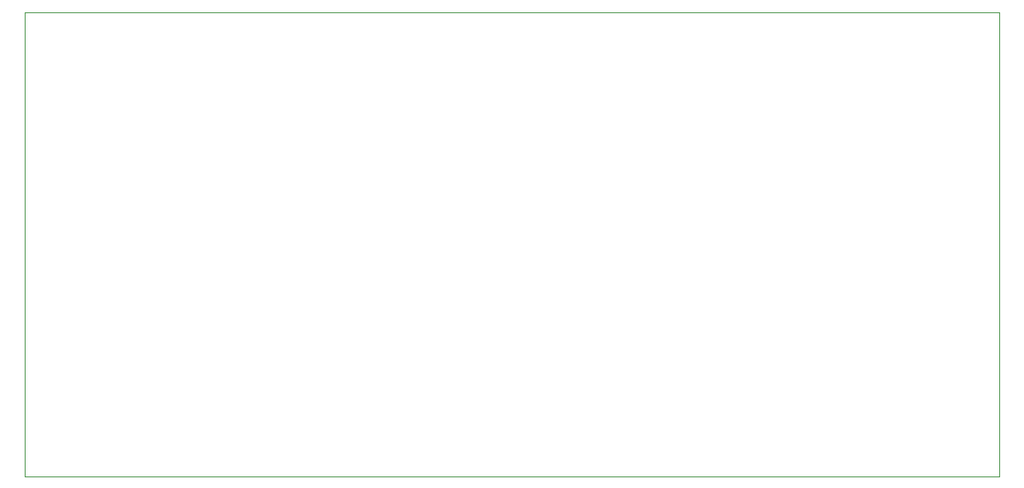
<source format=gbr>
%TF.GenerationSoftware,KiCad,Pcbnew,(5.1.10-1-10_14)*%
%TF.CreationDate,2021-11-22T02:45:21-05:00*%
%TF.ProjectId,control-unit,636f6e74-726f-46c2-9d75-6e69742e6b69,rev?*%
%TF.SameCoordinates,Original*%
%TF.FileFunction,Profile,NP*%
%FSLAX46Y46*%
G04 Gerber Fmt 4.6, Leading zero omitted, Abs format (unit mm)*
G04 Created by KiCad (PCBNEW (5.1.10-1-10_14)) date 2021-11-22 02:45:21*
%MOMM*%
%LPD*%
G01*
G04 APERTURE LIST*
%TA.AperFunction,Profile*%
%ADD10C,0.050000*%
%TD*%
G04 APERTURE END LIST*
D10*
X88392000Y-68834000D02*
X149606000Y-68834000D01*
X88392000Y-73914000D02*
X88392000Y-68834000D01*
X88392000Y-116586000D02*
X188468000Y-116586000D01*
X188468000Y-68834000D02*
X149606000Y-68834000D01*
X188468000Y-116586000D02*
X188468000Y-68834000D01*
X88392000Y-73914000D02*
X88392000Y-116586000D01*
M02*

</source>
